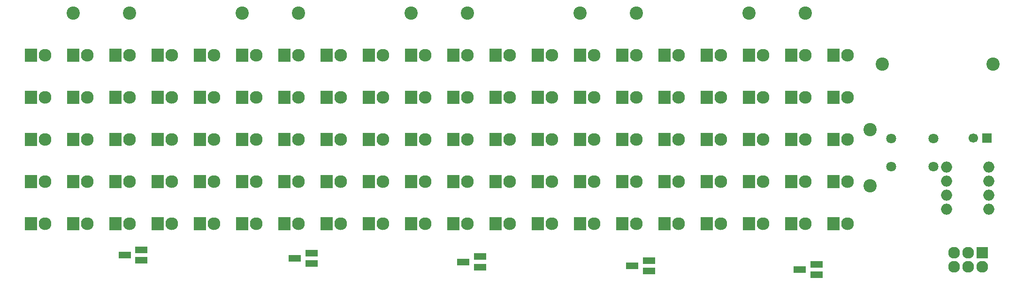
<source format=gbr>
G04 #@! TF.FileFunction,Soldermask,Bot*
%FSLAX46Y46*%
G04 Gerber Fmt 4.6, Leading zero omitted, Abs format (unit mm)*
G04 Created by KiCad (PCBNEW 4.0.2+dfsg1-stable) date Wed 08 Jun 2016 02:26:04 CEST*
%MOMM*%
G01*
G04 APERTURE LIST*
%ADD10C,0.100000*%
%ADD11R,2.300000X2.400000*%
%ADD12C,2.300000*%
%ADD13C,2.400000*%
%ADD14R,1.700000X1.700000*%
%ADD15C,1.700000*%
%ADD16R,2.127200X2.127200*%
%ADD17O,2.127200X2.127200*%
%ADD18R,2.200860X1.200100*%
%ADD19C,2.398980*%
%ADD20O,2.000000X2.000000*%
%ADD21C,1.797000*%
G04 APERTURE END LIST*
D10*
D11*
X208440000Y-102420000D03*
D12*
X210980000Y-102420000D03*
D11*
X208440000Y-94800000D03*
D12*
X210980000Y-94800000D03*
D11*
X208440000Y-87180000D03*
D12*
X210980000Y-87180000D03*
D11*
X208440000Y-79560000D03*
D12*
X210980000Y-79560000D03*
D11*
X208440000Y-71940000D03*
D12*
X210980000Y-71940000D03*
D11*
X200820000Y-102420000D03*
D12*
X203360000Y-102420000D03*
D11*
X200820000Y-94800000D03*
D12*
X203360000Y-94800000D03*
D11*
X200820000Y-87180000D03*
D12*
X203360000Y-87180000D03*
D11*
X200820000Y-79560000D03*
D12*
X203360000Y-79560000D03*
D11*
X200820000Y-71940000D03*
D12*
X203360000Y-71940000D03*
D11*
X193200000Y-102420000D03*
D12*
X195740000Y-102420000D03*
D11*
X193200000Y-94800000D03*
D12*
X195740000Y-94800000D03*
D11*
X193200000Y-87180000D03*
D12*
X195740000Y-87180000D03*
D11*
X193200000Y-79560000D03*
D12*
X195740000Y-79560000D03*
D11*
X193200000Y-71940000D03*
D12*
X195740000Y-71940000D03*
D11*
X185580000Y-102420000D03*
D12*
X188120000Y-102420000D03*
D11*
X185580000Y-94800000D03*
D12*
X188120000Y-94800000D03*
D11*
X185580000Y-87180000D03*
D12*
X188120000Y-87180000D03*
D11*
X185580000Y-79560000D03*
D12*
X188120000Y-79560000D03*
D11*
X185580000Y-71940000D03*
D12*
X188120000Y-71940000D03*
D11*
X177960000Y-102420000D03*
D12*
X180500000Y-102420000D03*
D11*
X177960000Y-94800000D03*
D12*
X180500000Y-94800000D03*
D11*
X177960000Y-87180000D03*
D12*
X180500000Y-87180000D03*
D11*
X177960000Y-79560000D03*
D12*
X180500000Y-79560000D03*
D11*
X177960000Y-71940000D03*
D12*
X180500000Y-71940000D03*
D11*
X170340000Y-102420000D03*
D12*
X172880000Y-102420000D03*
D11*
X170340000Y-94800000D03*
D12*
X172880000Y-94800000D03*
D11*
X170340000Y-87180000D03*
D12*
X172880000Y-87180000D03*
D11*
X170340000Y-79560000D03*
D12*
X172880000Y-79560000D03*
D11*
X170340000Y-71940000D03*
D12*
X172880000Y-71940000D03*
D11*
X162720000Y-102420000D03*
D12*
X165260000Y-102420000D03*
D11*
X162720000Y-94800000D03*
D12*
X165260000Y-94800000D03*
D11*
X162720000Y-87180000D03*
D12*
X165260000Y-87180000D03*
D11*
X162720000Y-79560000D03*
D12*
X165260000Y-79560000D03*
D11*
X162720000Y-71940000D03*
D12*
X165260000Y-71940000D03*
D11*
X155100000Y-102420000D03*
D12*
X157640000Y-102420000D03*
D11*
X155100000Y-94800000D03*
D12*
X157640000Y-94800000D03*
D11*
X155100000Y-87180000D03*
D12*
X157640000Y-87180000D03*
D11*
X155100000Y-79560000D03*
D12*
X157640000Y-79560000D03*
D11*
X155100000Y-71940000D03*
D12*
X157640000Y-71940000D03*
D11*
X147480000Y-102420000D03*
D12*
X150020000Y-102420000D03*
D11*
X147480000Y-94800000D03*
D12*
X150020000Y-94800000D03*
D11*
X147480000Y-87180000D03*
D12*
X150020000Y-87180000D03*
D11*
X147480000Y-79560000D03*
D12*
X150020000Y-79560000D03*
D11*
X147480000Y-71940000D03*
D12*
X150020000Y-71940000D03*
D11*
X139860000Y-102420000D03*
D12*
X142400000Y-102420000D03*
D11*
X139860000Y-94800000D03*
D12*
X142400000Y-94800000D03*
D11*
X139860000Y-87180000D03*
D12*
X142400000Y-87180000D03*
D11*
X139860000Y-79560000D03*
D12*
X142400000Y-79560000D03*
D11*
X139860000Y-71940000D03*
D12*
X142400000Y-71940000D03*
D11*
X132240000Y-102420000D03*
D12*
X134780000Y-102420000D03*
D11*
X132240000Y-94800000D03*
D12*
X134780000Y-94800000D03*
D11*
X132240000Y-87180000D03*
D12*
X134780000Y-87180000D03*
D11*
X132240000Y-79560000D03*
D12*
X134780000Y-79560000D03*
D11*
X132240000Y-71940000D03*
D12*
X134780000Y-71940000D03*
D11*
X124620000Y-102420000D03*
D12*
X127160000Y-102420000D03*
D11*
X124620000Y-94800000D03*
D12*
X127160000Y-94800000D03*
D11*
X124620000Y-87180000D03*
D12*
X127160000Y-87180000D03*
D11*
X124620000Y-79560000D03*
D12*
X127160000Y-79560000D03*
D11*
X124620000Y-71940000D03*
D12*
X127160000Y-71940000D03*
D11*
X117000000Y-102420000D03*
D12*
X119540000Y-102420000D03*
D11*
X117000000Y-94800000D03*
D12*
X119540000Y-94800000D03*
D11*
X117000000Y-87180000D03*
D12*
X119540000Y-87180000D03*
D11*
X117000000Y-79560000D03*
D12*
X119540000Y-79560000D03*
D11*
X117000000Y-71940000D03*
D12*
X119540000Y-71940000D03*
D11*
X109380000Y-102420000D03*
D12*
X111920000Y-102420000D03*
D11*
X109380000Y-94800000D03*
D12*
X111920000Y-94800000D03*
D11*
X109380000Y-87180000D03*
D12*
X111920000Y-87180000D03*
D11*
X109380000Y-79560000D03*
D12*
X111920000Y-79560000D03*
D11*
X109380000Y-71940000D03*
D12*
X111920000Y-71940000D03*
D11*
X101760000Y-102420000D03*
D12*
X104300000Y-102420000D03*
D11*
X101760000Y-94800000D03*
D12*
X104300000Y-94800000D03*
D11*
X101760000Y-87180000D03*
D12*
X104300000Y-87180000D03*
D11*
X101760000Y-79560000D03*
D12*
X104300000Y-79560000D03*
D11*
X101760000Y-71940000D03*
D12*
X104300000Y-71940000D03*
D11*
X94140000Y-102420000D03*
D12*
X96680000Y-102420000D03*
D11*
X94140000Y-94800000D03*
D12*
X96680000Y-94800000D03*
D11*
X94140000Y-87180000D03*
D12*
X96680000Y-87180000D03*
D11*
X94140000Y-79560000D03*
D12*
X96680000Y-79560000D03*
D11*
X94140000Y-71940000D03*
D12*
X96680000Y-71940000D03*
D11*
X86520000Y-102420000D03*
D12*
X89060000Y-102420000D03*
D11*
X86520000Y-94800000D03*
D12*
X89060000Y-94800000D03*
D11*
X86520000Y-87180000D03*
D12*
X89060000Y-87180000D03*
D11*
X86520000Y-79560000D03*
D12*
X89060000Y-79560000D03*
D11*
X86520000Y-71940000D03*
D12*
X89060000Y-71940000D03*
D11*
X78900000Y-102420000D03*
D12*
X81440000Y-102420000D03*
D11*
X78900000Y-94800000D03*
D12*
X81440000Y-94800000D03*
D11*
X78900000Y-87180000D03*
D12*
X81440000Y-87180000D03*
D11*
X78900000Y-79560000D03*
D12*
X81440000Y-79560000D03*
D11*
X78900000Y-71940000D03*
D12*
X81440000Y-71940000D03*
D11*
X71280000Y-102420000D03*
D12*
X73820000Y-102420000D03*
D11*
X71280000Y-94800000D03*
D12*
X73820000Y-94800000D03*
D11*
X71280000Y-87180000D03*
D12*
X73820000Y-87180000D03*
D11*
X71280000Y-79560000D03*
D12*
X73820000Y-79560000D03*
D11*
X71280000Y-71940000D03*
D12*
X73820000Y-71940000D03*
D11*
X63660000Y-102420000D03*
D12*
X66200000Y-102420000D03*
D11*
X63660000Y-94800000D03*
D12*
X66200000Y-94800000D03*
D11*
X63660000Y-87180000D03*
D12*
X66200000Y-87180000D03*
D11*
X63660000Y-79560000D03*
D12*
X66200000Y-79560000D03*
D13*
X237250000Y-73500000D03*
X217250000Y-73500000D03*
D14*
X236200000Y-86900000D03*
D15*
X233700000Y-86900000D03*
D11*
X63660000Y-71940000D03*
D12*
X66200000Y-71940000D03*
D16*
X235300000Y-107660000D03*
D17*
X235300000Y-110200000D03*
X232760000Y-107660000D03*
X232760000Y-110200000D03*
X230220000Y-107660000D03*
X230220000Y-110200000D03*
D18*
X83600000Y-107100000D03*
X83600000Y-109000000D03*
X80597720Y-108050000D03*
X114300000Y-107700000D03*
X114300000Y-109600000D03*
X111297720Y-108650000D03*
X144701140Y-108350000D03*
X144701140Y-110250000D03*
X141698860Y-109300000D03*
X175201140Y-109050000D03*
X175201140Y-110950000D03*
X172198860Y-110000000D03*
X205401140Y-109750000D03*
X205401140Y-111650000D03*
X202398860Y-110700000D03*
D19*
X71280000Y-64320000D03*
X81440000Y-64320000D03*
X101760000Y-64320000D03*
X111920000Y-64320000D03*
X132240000Y-64320000D03*
X142400000Y-64320000D03*
X162720000Y-64320000D03*
X172880000Y-64320000D03*
X193200000Y-64320000D03*
X203360000Y-64320000D03*
X215100000Y-85400000D03*
X215100000Y-95560000D03*
D20*
X228900000Y-92160000D03*
X228900000Y-94700000D03*
X228900000Y-97240000D03*
X228900000Y-99780000D03*
X236520000Y-99780000D03*
X236520000Y-97240000D03*
X236520000Y-94700000D03*
X236520000Y-92160000D03*
D21*
X218890000Y-92040000D03*
X218890000Y-86960000D03*
X226510000Y-92040000D03*
X226510000Y-86960000D03*
M02*

</source>
